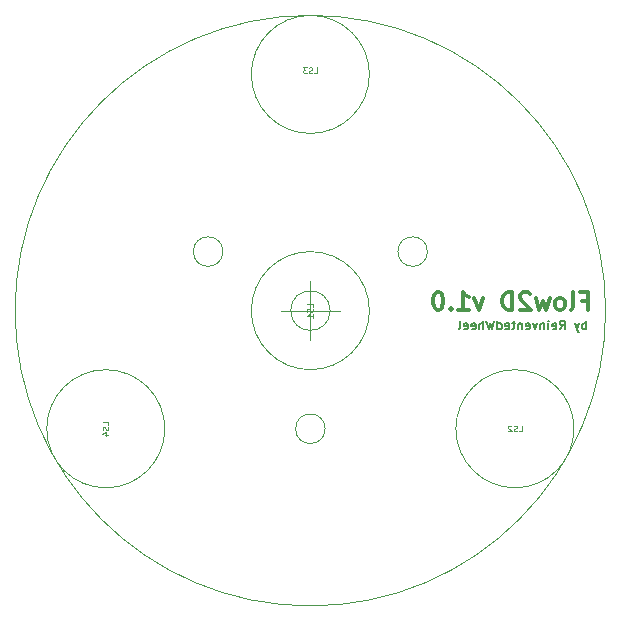
<source format=gbr>
%TF.GenerationSoftware,KiCad,Pcbnew,(5.1.10)-1*%
%TF.CreationDate,2021-07-18T17:44:11+03:00*%
%TF.ProjectId,Flow,466c6f77-2e6b-4696-9361-645f70636258,rev?*%
%TF.SameCoordinates,Original*%
%TF.FileFunction,Legend,Bot*%
%TF.FilePolarity,Positive*%
%FSLAX46Y46*%
G04 Gerber Fmt 4.6, Leading zero omitted, Abs format (unit mm)*
G04 Created by KiCad (PCBNEW (5.1.10)-1) date 2021-07-18 17:44:11*
%MOMM*%
%LPD*%
G01*
G04 APERTURE LIST*
%ADD10C,0.150000*%
%ADD11C,0.300000*%
%TA.AperFunction,Profile*%
%ADD12C,0.050000*%
%TD*%
%ADD13C,0.120000*%
%ADD14C,0.075000*%
G04 APERTURE END LIST*
D10*
X23375000Y-1589285D02*
X23375000Y-839285D01*
X23375000Y-1125000D02*
X23303571Y-1089285D01*
X23160714Y-1089285D01*
X23089285Y-1125000D01*
X23053571Y-1160714D01*
X23017857Y-1232142D01*
X23017857Y-1446428D01*
X23053571Y-1517857D01*
X23089285Y-1553571D01*
X23160714Y-1589285D01*
X23303571Y-1589285D01*
X23375000Y-1553571D01*
X22767857Y-1089285D02*
X22589285Y-1589285D01*
X22410714Y-1089285D02*
X22589285Y-1589285D01*
X22660714Y-1767857D01*
X22696428Y-1803571D01*
X22767857Y-1839285D01*
X21125000Y-1589285D02*
X21375000Y-1232142D01*
X21553571Y-1589285D02*
X21553571Y-839285D01*
X21267857Y-839285D01*
X21196428Y-875000D01*
X21160714Y-910714D01*
X21125000Y-982142D01*
X21125000Y-1089285D01*
X21160714Y-1160714D01*
X21196428Y-1196428D01*
X21267857Y-1232142D01*
X21553571Y-1232142D01*
X20517857Y-1553571D02*
X20589285Y-1589285D01*
X20732142Y-1589285D01*
X20803571Y-1553571D01*
X20839285Y-1482142D01*
X20839285Y-1196428D01*
X20803571Y-1125000D01*
X20732142Y-1089285D01*
X20589285Y-1089285D01*
X20517857Y-1125000D01*
X20482142Y-1196428D01*
X20482142Y-1267857D01*
X20839285Y-1339285D01*
X20160714Y-1589285D02*
X20160714Y-1089285D01*
X20160714Y-839285D02*
X20196428Y-875000D01*
X20160714Y-910714D01*
X20125000Y-875000D01*
X20160714Y-839285D01*
X20160714Y-910714D01*
X19803571Y-1089285D02*
X19803571Y-1589285D01*
X19803571Y-1160714D02*
X19767857Y-1125000D01*
X19696428Y-1089285D01*
X19589285Y-1089285D01*
X19517857Y-1125000D01*
X19482142Y-1196428D01*
X19482142Y-1589285D01*
X19196428Y-1089285D02*
X19017857Y-1589285D01*
X18839285Y-1089285D01*
X18267857Y-1553571D02*
X18339285Y-1589285D01*
X18482142Y-1589285D01*
X18553571Y-1553571D01*
X18589285Y-1482142D01*
X18589285Y-1196428D01*
X18553571Y-1125000D01*
X18482142Y-1089285D01*
X18339285Y-1089285D01*
X18267857Y-1125000D01*
X18232142Y-1196428D01*
X18232142Y-1267857D01*
X18589285Y-1339285D01*
X17910714Y-1089285D02*
X17910714Y-1589285D01*
X17910714Y-1160714D02*
X17875000Y-1125000D01*
X17803571Y-1089285D01*
X17696428Y-1089285D01*
X17625000Y-1125000D01*
X17589285Y-1196428D01*
X17589285Y-1589285D01*
X17339285Y-1089285D02*
X17053571Y-1089285D01*
X17232142Y-839285D02*
X17232142Y-1482142D01*
X17196428Y-1553571D01*
X17125000Y-1589285D01*
X17053571Y-1589285D01*
X16517857Y-1553571D02*
X16589285Y-1589285D01*
X16732142Y-1589285D01*
X16803571Y-1553571D01*
X16839285Y-1482142D01*
X16839285Y-1196428D01*
X16803571Y-1125000D01*
X16732142Y-1089285D01*
X16589285Y-1089285D01*
X16517857Y-1125000D01*
X16482142Y-1196428D01*
X16482142Y-1267857D01*
X16839285Y-1339285D01*
X15839285Y-1589285D02*
X15839285Y-839285D01*
X15839285Y-1553571D02*
X15910714Y-1589285D01*
X16053571Y-1589285D01*
X16125000Y-1553571D01*
X16160714Y-1517857D01*
X16196428Y-1446428D01*
X16196428Y-1232142D01*
X16160714Y-1160714D01*
X16125000Y-1125000D01*
X16053571Y-1089285D01*
X15910714Y-1089285D01*
X15839285Y-1125000D01*
X15553571Y-839285D02*
X15375000Y-1589285D01*
X15232142Y-1053571D01*
X15089285Y-1589285D01*
X14910714Y-839285D01*
X14625000Y-1589285D02*
X14625000Y-839285D01*
X14303571Y-1589285D02*
X14303571Y-1196428D01*
X14339285Y-1125000D01*
X14410714Y-1089285D01*
X14517857Y-1089285D01*
X14589285Y-1125000D01*
X14625000Y-1160714D01*
X13660714Y-1553571D02*
X13732142Y-1589285D01*
X13875000Y-1589285D01*
X13946428Y-1553571D01*
X13982142Y-1482142D01*
X13982142Y-1196428D01*
X13946428Y-1125000D01*
X13875000Y-1089285D01*
X13732142Y-1089285D01*
X13660714Y-1125000D01*
X13625000Y-1196428D01*
X13625000Y-1267857D01*
X13982142Y-1339285D01*
X13017857Y-1553571D02*
X13089285Y-1589285D01*
X13232142Y-1589285D01*
X13303571Y-1553571D01*
X13339285Y-1482142D01*
X13339285Y-1196428D01*
X13303571Y-1125000D01*
X13232142Y-1089285D01*
X13089285Y-1089285D01*
X13017857Y-1125000D01*
X12982142Y-1196428D01*
X12982142Y-1267857D01*
X13339285Y-1339285D01*
X12553571Y-1589285D02*
X12625000Y-1553571D01*
X12660714Y-1482142D01*
X12660714Y-839285D01*
D11*
X23035714Y857142D02*
X23535714Y857142D01*
X23535714Y71428D02*
X23535714Y1571428D01*
X22821428Y1571428D01*
X22035714Y71428D02*
X22178571Y142857D01*
X22250000Y285714D01*
X22250000Y1571428D01*
X21250000Y71428D02*
X21392857Y142857D01*
X21464285Y214285D01*
X21535714Y357142D01*
X21535714Y785714D01*
X21464285Y928571D01*
X21392857Y1000000D01*
X21250000Y1071428D01*
X21035714Y1071428D01*
X20892857Y1000000D01*
X20821428Y928571D01*
X20750000Y785714D01*
X20750000Y357142D01*
X20821428Y214285D01*
X20892857Y142857D01*
X21035714Y71428D01*
X21250000Y71428D01*
X20250000Y1071428D02*
X19964285Y71428D01*
X19678571Y785714D01*
X19392857Y71428D01*
X19107142Y1071428D01*
X18607142Y1428571D02*
X18535714Y1500000D01*
X18392857Y1571428D01*
X18035714Y1571428D01*
X17892857Y1500000D01*
X17821428Y1428571D01*
X17750000Y1285714D01*
X17750000Y1142857D01*
X17821428Y928571D01*
X18678571Y71428D01*
X17750000Y71428D01*
X17107142Y71428D02*
X17107142Y1571428D01*
X16750000Y1571428D01*
X16535714Y1500000D01*
X16392857Y1357142D01*
X16321428Y1214285D01*
X16250000Y928571D01*
X16250000Y714285D01*
X16321428Y428571D01*
X16392857Y285714D01*
X16535714Y142857D01*
X16750000Y71428D01*
X17107142Y71428D01*
X14607142Y1071428D02*
X14250000Y71428D01*
X13892857Y1071428D01*
X12535714Y71428D02*
X13392857Y71428D01*
X12964285Y71428D02*
X12964285Y1571428D01*
X13107142Y1357142D01*
X13250000Y1214285D01*
X13392857Y1142857D01*
X11892857Y214285D02*
X11821428Y142857D01*
X11892857Y71428D01*
X11964285Y142857D01*
X11892857Y214285D01*
X11892857Y71428D01*
X10892857Y1571428D02*
X10750000Y1571428D01*
X10607142Y1500000D01*
X10535714Y1428571D01*
X10464285Y1285714D01*
X10392857Y1000000D01*
X10392857Y642857D01*
X10464285Y357142D01*
X10535714Y214285D01*
X10607142Y142857D01*
X10750000Y71428D01*
X10892857Y71428D01*
X11035714Y142857D01*
X11107142Y214285D01*
X11178571Y357142D01*
X11250000Y642857D01*
X11250000Y1000000D01*
X11178571Y1285714D01*
X11107142Y1428571D01*
X11035714Y1500000D01*
X10892857Y1571428D01*
D12*
X-7410254Y5000000D02*
G75*
G03*
X-7410254Y5000000I-1250000J0D01*
G01*
X9910254Y5000000D02*
G75*
G03*
X9910254Y5000000I-1250000J0D01*
G01*
X1250000Y-10000000D02*
G75*
G03*
X1250000Y-10000000I-1250000J0D01*
G01*
X1666666Y0D02*
G75*
G03*
X1666666Y0I-1666666J0D01*
G01*
X-2500000Y0D02*
X2500000Y0D01*
X0Y2500000D02*
X0Y-2500000D01*
X25000000Y0D02*
G75*
G03*
X25000000Y0I-25000000J0D01*
G01*
D13*
%TO.C,LS4*%
X-12320508Y-10000000D02*
G75*
G03*
X-12320508Y-10000000I-5000000J0D01*
G01*
%TO.C,LS3*%
X5000000Y20000000D02*
G75*
G03*
X5000000Y20000000I-5000000J0D01*
G01*
%TO.C,LS2*%
X22320508Y-10000000D02*
G75*
G03*
X22320508Y-10000000I-5000000J0D01*
G01*
%TO.C,LS1*%
X5000000Y0D02*
G75*
G03*
X5000000Y0I-5000000J0D01*
G01*
%TD*%
%TO.C,LS4*%
D14*
X-17094317Y-9678571D02*
X-17094317Y-9440476D01*
X-17594317Y-9440476D01*
X-17118127Y-9821428D02*
X-17094317Y-9892857D01*
X-17094317Y-10011904D01*
X-17118127Y-10059523D01*
X-17141936Y-10083333D01*
X-17189555Y-10107142D01*
X-17237174Y-10107142D01*
X-17284793Y-10083333D01*
X-17308603Y-10059523D01*
X-17332412Y-10011904D01*
X-17356222Y-9916666D01*
X-17380031Y-9869047D01*
X-17403841Y-9845238D01*
X-17451460Y-9821428D01*
X-17499079Y-9821428D01*
X-17546698Y-9845238D01*
X-17570508Y-9869047D01*
X-17594317Y-9916666D01*
X-17594317Y-10035714D01*
X-17570508Y-10107142D01*
X-17427650Y-10535714D02*
X-17094317Y-10535714D01*
X-17618127Y-10416666D02*
X-17260984Y-10297619D01*
X-17260984Y-10607142D01*
%TO.C,LS3*%
X321428Y20088809D02*
X559523Y20088809D01*
X559523Y20588809D01*
X178571Y20112619D02*
X107142Y20088809D01*
X-11904Y20088809D01*
X-59523Y20112619D01*
X-83333Y20136428D01*
X-107142Y20184047D01*
X-107142Y20231666D01*
X-83333Y20279285D01*
X-59523Y20303095D01*
X-11904Y20326904D01*
X83333Y20350714D01*
X130952Y20374523D01*
X154761Y20398333D01*
X178571Y20445952D01*
X178571Y20493571D01*
X154761Y20541190D01*
X130952Y20565000D01*
X83333Y20588809D01*
X-35714Y20588809D01*
X-107142Y20565000D01*
X-273809Y20588809D02*
X-583333Y20588809D01*
X-416666Y20398333D01*
X-488095Y20398333D01*
X-535714Y20374523D01*
X-559523Y20350714D01*
X-583333Y20303095D01*
X-583333Y20184047D01*
X-559523Y20136428D01*
X-535714Y20112619D01*
X-488095Y20088809D01*
X-345238Y20088809D01*
X-297619Y20112619D01*
X-273809Y20136428D01*
%TO.C,LS2*%
X17641936Y-10226190D02*
X17880031Y-10226190D01*
X17880031Y-9726190D01*
X17499079Y-10202380D02*
X17427650Y-10226190D01*
X17308603Y-10226190D01*
X17260984Y-10202380D01*
X17237174Y-10178571D01*
X17213365Y-10130952D01*
X17213365Y-10083333D01*
X17237174Y-10035714D01*
X17260984Y-10011904D01*
X17308603Y-9988095D01*
X17403841Y-9964285D01*
X17451460Y-9940476D01*
X17475269Y-9916666D01*
X17499079Y-9869047D01*
X17499079Y-9821428D01*
X17475269Y-9773809D01*
X17451460Y-9750000D01*
X17403841Y-9726190D01*
X17284793Y-9726190D01*
X17213365Y-9750000D01*
X17022888Y-9773809D02*
X16999079Y-9750000D01*
X16951460Y-9726190D01*
X16832412Y-9726190D01*
X16784793Y-9750000D01*
X16760984Y-9773809D01*
X16737174Y-9821428D01*
X16737174Y-9869047D01*
X16760984Y-9940476D01*
X17046698Y-10226190D01*
X16737174Y-10226190D01*
%TO.C,LS1*%
X226190Y321428D02*
X226190Y559523D01*
X-273809Y559523D01*
X202380Y178571D02*
X226190Y107142D01*
X226190Y-11904D01*
X202380Y-59523D01*
X178571Y-83333D01*
X130952Y-107142D01*
X83333Y-107142D01*
X35714Y-83333D01*
X11904Y-59523D01*
X-11904Y-11904D01*
X-35714Y83333D01*
X-59523Y130952D01*
X-83333Y154761D01*
X-130952Y178571D01*
X-178571Y178571D01*
X-226190Y154761D01*
X-250000Y130952D01*
X-273809Y83333D01*
X-273809Y-35714D01*
X-250000Y-107142D01*
X226190Y-583333D02*
X226190Y-297619D01*
X226190Y-440476D02*
X-273809Y-440476D01*
X-202380Y-392857D01*
X-154761Y-345238D01*
X-130952Y-297619D01*
%TD*%
M02*

</source>
